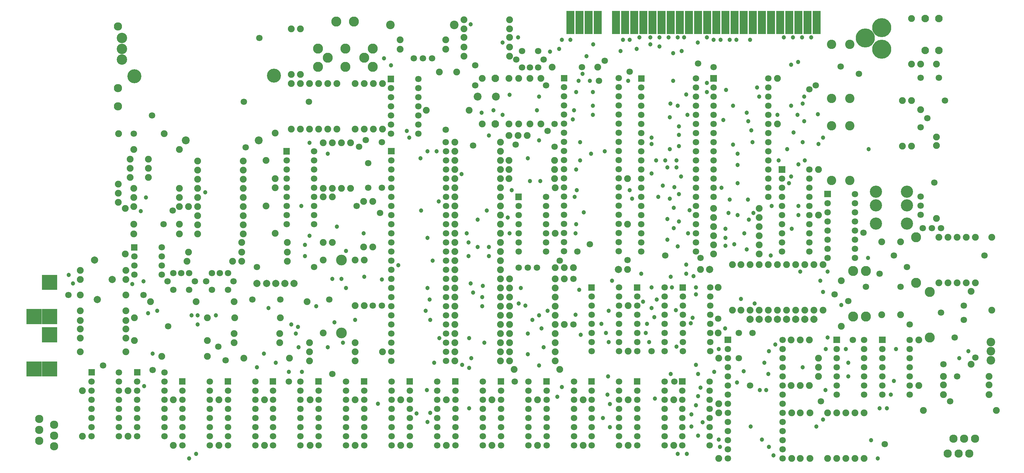
<source format=gbr>
%FSLAX34Y34*%
%MOMM*%
%LNSOLDERMASK_BOTTOM*%
G71*
G01*
%ADD10C,1.800*%
%ADD11C,1.800*%
%ADD12C,1.900*%
%ADD13C,1.200*%
%ADD14C,2.100*%
%ADD15C,1.900*%
%ADD16R,2.200X6.400*%
%ADD17C,1.900*%
%ADD18C,2.000*%
%ADD19C,2.000*%
%ADD20C,2.800*%
%ADD21C,2.200*%
%ADD22C,2.900*%
%ADD23C,2.300*%
%ADD24C,2.400*%
%ADD25C,2.300*%
%ADD26C,2.200*%
%ADD27C,3.000*%
%ADD28C,2.400*%
%ADD29C,3.400*%
%ADD30C,2.100*%
%ADD31C,2.600*%
%ADD32C,5.300*%
%ADD33C,3.900*%
%LPD*%
G36*
X1749290Y1118525D02*
X1749290Y1100525D01*
X1731290Y1100525D01*
X1731290Y1118525D01*
X1749290Y1118525D01*
G37*
X1740290Y1084125D02*
G54D10*
D03*
X1740290Y1058725D02*
G54D10*
D03*
X1740290Y1033325D02*
G54D10*
D03*
X1740290Y1007925D02*
G54D10*
D03*
X1740290Y982525D02*
G54D10*
D03*
X1740290Y957125D02*
G54D10*
D03*
X1740290Y931725D02*
G54D10*
D03*
X1740290Y906325D02*
G54D10*
D03*
X1740290Y880925D02*
G54D10*
D03*
X1740290Y855525D02*
G54D10*
D03*
X1740290Y830125D02*
G54D10*
D03*
X1740290Y804725D02*
G54D10*
D03*
X1740290Y779325D02*
G54D10*
D03*
X1740290Y753925D02*
G54D10*
D03*
X1740290Y728525D02*
G54D10*
D03*
X1740290Y703126D02*
G54D10*
D03*
X1740290Y677725D02*
G54D10*
D03*
X1740290Y652325D02*
G54D10*
D03*
X1740290Y626925D02*
G54D10*
D03*
X1892690Y626925D02*
G54D10*
D03*
X1892690Y652325D02*
G54D10*
D03*
X1892690Y677725D02*
G54D10*
D03*
X1892690Y703125D02*
G54D10*
D03*
X1892690Y728525D02*
G54D10*
D03*
X1892690Y753926D02*
G54D10*
D03*
X1892690Y779325D02*
G54D10*
D03*
X1892690Y804725D02*
G54D10*
D03*
X1892690Y830125D02*
G54D10*
D03*
X1892690Y855525D02*
G54D10*
D03*
X1892690Y880925D02*
G54D10*
D03*
X1892690Y906325D02*
G54D10*
D03*
X1892690Y931725D02*
G54D10*
D03*
X1892690Y957125D02*
G54D10*
D03*
X1892690Y982525D02*
G54D10*
D03*
X1892690Y1007925D02*
G54D10*
D03*
X1892690Y1033325D02*
G54D10*
D03*
X1892690Y1058725D02*
G54D10*
D03*
X1892690Y1084125D02*
G54D10*
D03*
X1892690Y1109525D02*
G54D10*
D03*
G36*
X1534163Y1119224D02*
X1534163Y1101224D01*
X1516163Y1101224D01*
X1516163Y1119224D01*
X1534163Y1119224D01*
G37*
X1525163Y1084824D02*
G54D10*
D03*
X1525163Y1059424D02*
G54D10*
D03*
X1525163Y1034024D02*
G54D10*
D03*
X1525163Y1008624D02*
G54D10*
D03*
X1525163Y983224D02*
G54D10*
D03*
X1525163Y957824D02*
G54D10*
D03*
X1525163Y932424D02*
G54D10*
D03*
X1525163Y907024D02*
G54D10*
D03*
X1525163Y881624D02*
G54D10*
D03*
X1525163Y856224D02*
G54D10*
D03*
X1525163Y830824D02*
G54D10*
D03*
X1525163Y805424D02*
G54D10*
D03*
X1525163Y780024D02*
G54D10*
D03*
X1525163Y754624D02*
G54D10*
D03*
X1525163Y729224D02*
G54D10*
D03*
X1525163Y703824D02*
G54D10*
D03*
X1525163Y678424D02*
G54D10*
D03*
X1525163Y653024D02*
G54D10*
D03*
X1525163Y627624D02*
G54D10*
D03*
X1677563Y627624D02*
G54D10*
D03*
X1677563Y653024D02*
G54D10*
D03*
X1677563Y678424D02*
G54D10*
D03*
X1677563Y703824D02*
G54D10*
D03*
X1677563Y729224D02*
G54D10*
D03*
X1677563Y754624D02*
G54D10*
D03*
X1677563Y780024D02*
G54D10*
D03*
X1677563Y805424D02*
G54D10*
D03*
X1677563Y830824D02*
G54D10*
D03*
X1677563Y856224D02*
G54D10*
D03*
X1677563Y881624D02*
G54D10*
D03*
X1677563Y907024D02*
G54D10*
D03*
X1677563Y932424D02*
G54D10*
D03*
X1677563Y957824D02*
G54D10*
D03*
X1677563Y983224D02*
G54D10*
D03*
X1677563Y1008624D02*
G54D10*
D03*
X1677563Y1034024D02*
G54D10*
D03*
X1677563Y1059424D02*
G54D10*
D03*
X1677563Y1084824D02*
G54D10*
D03*
X1677563Y1110224D02*
G54D10*
D03*
G36*
X1053010Y915666D02*
X1053010Y897666D01*
X1035010Y897666D01*
X1035010Y915666D01*
X1053010Y915666D01*
G37*
X1044010Y881266D02*
G54D10*
D03*
X1044010Y855866D02*
G54D10*
D03*
X1044010Y830466D02*
G54D10*
D03*
X1044010Y805066D02*
G54D10*
D03*
X1044010Y779666D02*
G54D10*
D03*
X1044010Y754266D02*
G54D10*
D03*
X1044010Y728866D02*
G54D10*
D03*
X1044010Y703466D02*
G54D10*
D03*
X1044010Y678066D02*
G54D10*
D03*
X1044010Y652666D02*
G54D10*
D03*
X1044010Y627266D02*
G54D10*
D03*
X1044010Y601866D02*
G54D10*
D03*
X1044010Y576466D02*
G54D10*
D03*
X1044010Y551066D02*
G54D10*
D03*
X1044010Y525666D02*
G54D10*
D03*
X1044010Y500266D02*
G54D10*
D03*
X1044010Y474866D02*
G54D10*
D03*
X1044010Y449466D02*
G54D10*
D03*
X1044010Y424066D02*
G54D10*
D03*
X1044010Y398666D02*
G54D10*
D03*
X1044010Y373266D02*
G54D10*
D03*
X1044010Y347866D02*
G54D10*
D03*
X1044010Y322466D02*
G54D10*
D03*
X1196410Y322466D02*
G54D10*
D03*
X1196410Y347866D02*
G54D10*
D03*
X1196410Y373266D02*
G54D10*
D03*
X1196410Y398666D02*
G54D10*
D03*
X1196410Y424066D02*
G54D10*
D03*
X1196410Y449466D02*
G54D10*
D03*
X1196410Y474866D02*
G54D10*
D03*
X1196410Y500266D02*
G54D10*
D03*
X1196410Y525666D02*
G54D10*
D03*
X1196410Y551066D02*
G54D10*
D03*
X1196410Y576466D02*
G54D10*
D03*
X1196410Y601866D02*
G54D10*
D03*
X1196410Y627266D02*
G54D10*
D03*
X1196410Y652666D02*
G54D10*
D03*
X1196410Y678066D02*
G54D10*
D03*
X1196410Y703466D02*
G54D10*
D03*
X1196410Y728866D02*
G54D10*
D03*
X1196410Y754266D02*
G54D10*
D03*
X1196410Y779666D02*
G54D10*
D03*
X1196410Y805066D02*
G54D10*
D03*
X1196410Y830466D02*
G54D10*
D03*
X1196410Y855866D02*
G54D10*
D03*
X1196410Y881266D02*
G54D10*
D03*
X1196410Y906666D02*
G54D10*
D03*
G36*
X1950512Y1118662D02*
X1950512Y1100662D01*
X1932512Y1100662D01*
X1932512Y1118662D01*
X1950512Y1118662D01*
G37*
X1941512Y1084262D02*
G54D10*
D03*
X1941512Y1058862D02*
G54D10*
D03*
X1941512Y1033462D02*
G54D10*
D03*
X1941512Y1008062D02*
G54D10*
D03*
X1941512Y982662D02*
G54D10*
D03*
X1941512Y957262D02*
G54D10*
D03*
X1941512Y931862D02*
G54D10*
D03*
X1941512Y906462D02*
G54D10*
D03*
X1941512Y881062D02*
G54D10*
D03*
X1941512Y855662D02*
G54D10*
D03*
X1941512Y830262D02*
G54D10*
D03*
X1941512Y804862D02*
G54D10*
D03*
X1941512Y779462D02*
G54D10*
D03*
X2093912Y779462D02*
G54D10*
D03*
X2093912Y804862D02*
G54D10*
D03*
X2093912Y830262D02*
G54D10*
D03*
X2093912Y855662D02*
G54D10*
D03*
X2093912Y881062D02*
G54D10*
D03*
X2093912Y906462D02*
G54D10*
D03*
X2093912Y931862D02*
G54D10*
D03*
X2093912Y957262D02*
G54D10*
D03*
X2093912Y982662D02*
G54D10*
D03*
X2093912Y1008062D02*
G54D10*
D03*
X2093912Y1033462D02*
G54D10*
D03*
X2093912Y1058862D02*
G54D10*
D03*
X2093912Y1084262D02*
G54D10*
D03*
X2093912Y1109662D02*
G54D10*
D03*
G36*
X1990200Y390000D02*
X1990200Y372000D01*
X1972200Y372000D01*
X1972200Y390000D01*
X1990200Y390000D01*
G37*
X1981200Y355600D02*
G54D10*
D03*
X1981200Y330200D02*
G54D10*
D03*
X1981200Y304800D02*
G54D10*
D03*
X1981200Y279400D02*
G54D10*
D03*
X1981200Y254000D02*
G54D10*
D03*
X1981200Y228600D02*
G54D10*
D03*
X1981200Y203200D02*
G54D10*
D03*
X1981200Y177800D02*
G54D10*
D03*
X1981200Y152400D02*
G54D10*
D03*
X1981200Y127000D02*
G54D10*
D03*
X1981200Y101600D02*
G54D10*
D03*
X1981200Y76200D02*
G54D10*
D03*
X1981200Y50800D02*
G54D10*
D03*
X2133600Y50800D02*
G54D10*
D03*
X2133600Y76200D02*
G54D10*
D03*
X2133600Y101600D02*
G54D10*
D03*
X2133600Y127000D02*
G54D10*
D03*
X2133600Y152400D02*
G54D10*
D03*
X2133600Y177800D02*
G54D10*
D03*
X2133600Y203200D02*
G54D10*
D03*
X2133600Y228600D02*
G54D10*
D03*
X2133600Y254000D02*
G54D10*
D03*
X2133600Y279400D02*
G54D10*
D03*
X2133600Y304800D02*
G54D10*
D03*
X2133600Y330200D02*
G54D10*
D03*
X2133600Y355600D02*
G54D10*
D03*
X2133600Y381000D02*
G54D10*
D03*
G36*
X218550Y299512D02*
X218550Y281512D01*
X200550Y281512D01*
X200550Y299512D01*
X218550Y299512D01*
G37*
X209550Y265112D02*
G54D10*
D03*
X209550Y239712D02*
G54D10*
D03*
X209550Y214312D02*
G54D10*
D03*
X209550Y188912D02*
G54D10*
D03*
X209550Y163512D02*
G54D10*
D03*
X209550Y138112D02*
G54D10*
D03*
X209550Y112712D02*
G54D10*
D03*
X285750Y112712D02*
G54D10*
D03*
X285750Y138112D02*
G54D10*
D03*
X285750Y163512D02*
G54D10*
D03*
X285750Y188912D02*
G54D10*
D03*
X285750Y214312D02*
G54D10*
D03*
X285750Y239712D02*
G54D10*
D03*
X285750Y265112D02*
G54D10*
D03*
X285750Y290512D02*
G54D10*
D03*
G36*
X345550Y299512D02*
X345550Y281512D01*
X327550Y281512D01*
X327550Y299512D01*
X345550Y299512D01*
G37*
X336550Y265112D02*
G54D10*
D03*
X336550Y239712D02*
G54D10*
D03*
X336550Y214312D02*
G54D10*
D03*
X336550Y188912D02*
G54D10*
D03*
X336550Y163512D02*
G54D10*
D03*
X336550Y138112D02*
G54D10*
D03*
X336550Y112712D02*
G54D10*
D03*
X412750Y112712D02*
G54D10*
D03*
X412750Y138112D02*
G54D10*
D03*
X412750Y163512D02*
G54D10*
D03*
X412750Y188912D02*
G54D10*
D03*
X412750Y214312D02*
G54D10*
D03*
X412750Y239712D02*
G54D10*
D03*
X412750Y265112D02*
G54D10*
D03*
X412750Y290512D02*
G54D10*
D03*
G36*
X470962Y274112D02*
X470962Y256112D01*
X452962Y256112D01*
X452962Y274112D01*
X470962Y274112D01*
G37*
X461962Y239712D02*
G54D10*
D03*
X461962Y214312D02*
G54D10*
D03*
X461962Y188912D02*
G54D10*
D03*
X461962Y163512D02*
G54D10*
D03*
X461962Y138112D02*
G54D10*
D03*
X461962Y112712D02*
G54D10*
D03*
X461962Y87312D02*
G54D10*
D03*
X538162Y87312D02*
G54D10*
D03*
X538162Y112712D02*
G54D10*
D03*
X538162Y138112D02*
G54D10*
D03*
X538162Y163512D02*
G54D10*
D03*
X538162Y188912D02*
G54D10*
D03*
X538162Y214312D02*
G54D10*
D03*
X538162Y239712D02*
G54D10*
D03*
X538162Y265112D02*
G54D10*
D03*
G36*
X597962Y274112D02*
X597962Y256112D01*
X579962Y256112D01*
X579962Y274112D01*
X597962Y274112D01*
G37*
X588962Y239712D02*
G54D10*
D03*
X588962Y214312D02*
G54D10*
D03*
X588962Y188912D02*
G54D10*
D03*
X588962Y163512D02*
G54D10*
D03*
X588962Y138112D02*
G54D10*
D03*
X588962Y112712D02*
G54D10*
D03*
X588962Y87312D02*
G54D10*
D03*
X665162Y87312D02*
G54D10*
D03*
X665162Y112712D02*
G54D10*
D03*
X665162Y138112D02*
G54D10*
D03*
X665162Y163512D02*
G54D10*
D03*
X665162Y188912D02*
G54D10*
D03*
X665162Y214312D02*
G54D10*
D03*
X665162Y239712D02*
G54D10*
D03*
X665162Y265112D02*
G54D10*
D03*
G36*
X723375Y274112D02*
X723375Y256112D01*
X705375Y256112D01*
X705375Y274112D01*
X723375Y274112D01*
G37*
X714375Y239712D02*
G54D10*
D03*
X714375Y214312D02*
G54D10*
D03*
X714375Y188912D02*
G54D10*
D03*
X714375Y163512D02*
G54D10*
D03*
X714375Y138112D02*
G54D10*
D03*
X714375Y112712D02*
G54D10*
D03*
X714375Y87312D02*
G54D10*
D03*
X790575Y87312D02*
G54D10*
D03*
X790575Y112712D02*
G54D10*
D03*
X790575Y138112D02*
G54D10*
D03*
X790575Y163512D02*
G54D10*
D03*
X790575Y188912D02*
G54D10*
D03*
X790575Y214312D02*
G54D10*
D03*
X790575Y239712D02*
G54D10*
D03*
X790575Y265112D02*
G54D10*
D03*
G36*
X850375Y274112D02*
X850375Y256112D01*
X832375Y256112D01*
X832375Y274112D01*
X850375Y274112D01*
G37*
X841375Y239712D02*
G54D10*
D03*
X841375Y214312D02*
G54D10*
D03*
X841375Y188912D02*
G54D10*
D03*
X841375Y163512D02*
G54D10*
D03*
X841375Y138112D02*
G54D10*
D03*
X841375Y112712D02*
G54D10*
D03*
X841375Y87312D02*
G54D10*
D03*
X917575Y87312D02*
G54D10*
D03*
X917575Y112712D02*
G54D10*
D03*
X917575Y138112D02*
G54D10*
D03*
X917575Y163512D02*
G54D10*
D03*
X917575Y188912D02*
G54D10*
D03*
X917575Y214312D02*
G54D10*
D03*
X917575Y239712D02*
G54D10*
D03*
X917575Y265112D02*
G54D10*
D03*
G36*
X977375Y274112D02*
X977375Y256112D01*
X959375Y256112D01*
X959375Y274112D01*
X977375Y274112D01*
G37*
X968375Y239712D02*
G54D10*
D03*
X968375Y214312D02*
G54D10*
D03*
X968375Y188912D02*
G54D10*
D03*
X968375Y163512D02*
G54D10*
D03*
X968375Y138112D02*
G54D10*
D03*
X968375Y112712D02*
G54D10*
D03*
X968375Y87312D02*
G54D10*
D03*
X1044575Y87312D02*
G54D10*
D03*
X1044575Y112712D02*
G54D10*
D03*
X1044575Y138112D02*
G54D10*
D03*
X1044575Y163512D02*
G54D10*
D03*
X1044575Y188912D02*
G54D10*
D03*
X1044575Y214312D02*
G54D10*
D03*
X1044575Y239712D02*
G54D10*
D03*
X1044575Y265112D02*
G54D10*
D03*
G36*
X1104375Y274112D02*
X1104375Y256112D01*
X1086375Y256112D01*
X1086375Y274112D01*
X1104375Y274112D01*
G37*
X1095375Y239712D02*
G54D10*
D03*
X1095375Y214312D02*
G54D10*
D03*
X1095375Y188912D02*
G54D10*
D03*
X1095375Y163512D02*
G54D10*
D03*
X1095375Y138112D02*
G54D10*
D03*
X1095375Y112712D02*
G54D10*
D03*
X1095375Y87312D02*
G54D10*
D03*
X1171575Y87312D02*
G54D10*
D03*
X1171575Y112712D02*
G54D10*
D03*
X1171575Y138112D02*
G54D10*
D03*
X1171575Y163512D02*
G54D10*
D03*
X1171575Y188912D02*
G54D10*
D03*
X1171575Y214312D02*
G54D10*
D03*
X1171575Y239712D02*
G54D10*
D03*
X1171575Y265112D02*
G54D10*
D03*
G36*
X1231375Y274112D02*
X1231375Y256112D01*
X1213375Y256112D01*
X1213375Y274112D01*
X1231375Y274112D01*
G37*
X1222375Y239712D02*
G54D10*
D03*
X1222375Y214312D02*
G54D10*
D03*
X1222375Y188912D02*
G54D10*
D03*
X1222375Y163512D02*
G54D10*
D03*
X1222375Y138112D02*
G54D10*
D03*
X1222375Y112712D02*
G54D10*
D03*
X1222375Y87312D02*
G54D10*
D03*
X1298575Y87312D02*
G54D10*
D03*
X1298575Y112712D02*
G54D10*
D03*
X1298575Y138112D02*
G54D10*
D03*
X1298575Y163512D02*
G54D10*
D03*
X1298575Y188912D02*
G54D10*
D03*
X1298575Y214312D02*
G54D10*
D03*
X1298575Y239712D02*
G54D10*
D03*
X1298575Y265112D02*
G54D10*
D03*
G36*
X1358375Y274112D02*
X1358375Y256112D01*
X1340375Y256112D01*
X1340375Y274112D01*
X1358375Y274112D01*
G37*
X1349375Y239712D02*
G54D10*
D03*
X1349375Y214312D02*
G54D10*
D03*
X1349375Y188912D02*
G54D10*
D03*
X1349375Y163512D02*
G54D10*
D03*
X1349375Y138112D02*
G54D10*
D03*
X1349375Y112712D02*
G54D10*
D03*
X1349375Y87312D02*
G54D10*
D03*
X1425575Y87312D02*
G54D10*
D03*
X1425575Y112712D02*
G54D10*
D03*
X1425575Y138112D02*
G54D10*
D03*
X1425575Y163512D02*
G54D10*
D03*
X1425575Y188912D02*
G54D10*
D03*
X1425575Y214312D02*
G54D10*
D03*
X1425575Y239712D02*
G54D10*
D03*
X1425575Y265112D02*
G54D10*
D03*
G36*
X1485375Y274112D02*
X1485375Y256112D01*
X1467375Y256112D01*
X1467375Y274112D01*
X1485375Y274112D01*
G37*
X1476375Y239712D02*
G54D10*
D03*
X1476375Y214312D02*
G54D10*
D03*
X1476375Y188912D02*
G54D10*
D03*
X1476375Y163512D02*
G54D10*
D03*
X1476375Y138112D02*
G54D10*
D03*
X1476375Y112712D02*
G54D10*
D03*
X1476375Y87312D02*
G54D10*
D03*
X1552575Y87312D02*
G54D10*
D03*
X1552575Y112712D02*
G54D10*
D03*
X1552575Y138112D02*
G54D10*
D03*
X1552575Y163512D02*
G54D10*
D03*
X1552575Y188912D02*
G54D10*
D03*
X1552575Y214312D02*
G54D10*
D03*
X1552575Y239712D02*
G54D10*
D03*
X1552575Y265112D02*
G54D10*
D03*
G36*
X1610788Y274112D02*
X1610788Y256112D01*
X1592788Y256112D01*
X1592788Y274112D01*
X1610788Y274112D01*
G37*
X1601788Y239712D02*
G54D10*
D03*
X1601788Y214312D02*
G54D10*
D03*
X1601788Y188912D02*
G54D10*
D03*
X1601788Y163512D02*
G54D10*
D03*
X1601788Y138112D02*
G54D10*
D03*
X1601788Y112712D02*
G54D10*
D03*
X1601788Y87312D02*
G54D10*
D03*
X1677988Y87312D02*
G54D10*
D03*
X1677988Y112712D02*
G54D10*
D03*
X1677988Y138112D02*
G54D10*
D03*
X1677988Y163512D02*
G54D10*
D03*
X1677988Y188912D02*
G54D10*
D03*
X1677988Y214312D02*
G54D10*
D03*
X1677988Y239712D02*
G54D10*
D03*
X1677988Y265112D02*
G54D10*
D03*
G36*
X1737788Y274112D02*
X1737788Y256112D01*
X1719788Y256112D01*
X1719788Y274112D01*
X1737788Y274112D01*
G37*
X1728788Y239712D02*
G54D10*
D03*
X1728788Y214312D02*
G54D10*
D03*
X1728788Y188912D02*
G54D10*
D03*
X1728788Y163512D02*
G54D10*
D03*
X1728788Y138112D02*
G54D10*
D03*
X1728788Y112712D02*
G54D10*
D03*
X1728788Y87312D02*
G54D10*
D03*
X1804988Y87312D02*
G54D10*
D03*
X1804988Y112712D02*
G54D10*
D03*
X1804988Y138112D02*
G54D10*
D03*
X1804988Y163512D02*
G54D10*
D03*
X1804988Y188912D02*
G54D10*
D03*
X1804988Y214312D02*
G54D10*
D03*
X1804988Y239712D02*
G54D10*
D03*
X1804988Y265112D02*
G54D10*
D03*
G36*
X1863200Y274112D02*
X1863200Y256112D01*
X1845200Y256112D01*
X1845200Y274112D01*
X1863200Y274112D01*
G37*
X1854200Y239712D02*
G54D10*
D03*
X1854200Y214312D02*
G54D10*
D03*
X1854200Y188912D02*
G54D10*
D03*
X1854200Y163512D02*
G54D10*
D03*
X1854200Y138112D02*
G54D10*
D03*
X1854200Y112712D02*
G54D10*
D03*
X1854200Y87312D02*
G54D10*
D03*
X1930400Y87312D02*
G54D10*
D03*
X1930400Y112712D02*
G54D10*
D03*
X1930400Y138112D02*
G54D10*
D03*
X1930400Y163512D02*
G54D10*
D03*
X1930400Y188912D02*
G54D10*
D03*
X1930400Y214312D02*
G54D10*
D03*
X1930400Y239712D02*
G54D10*
D03*
X1930400Y265112D02*
G54D10*
D03*
G36*
X2293412Y390000D02*
X2293412Y372000D01*
X2275412Y372000D01*
X2275412Y390000D01*
X2293412Y390000D01*
G37*
X2284412Y355600D02*
G54D10*
D03*
X2284412Y330200D02*
G54D10*
D03*
X2284412Y304800D02*
G54D10*
D03*
X2284412Y279400D02*
G54D10*
D03*
X2284412Y254000D02*
G54D10*
D03*
X2284412Y228600D02*
G54D10*
D03*
X2360612Y228600D02*
G54D10*
D03*
X2360612Y254000D02*
G54D10*
D03*
X2360612Y279400D02*
G54D10*
D03*
X2360612Y304800D02*
G54D10*
D03*
X2360612Y330200D02*
G54D10*
D03*
X2360612Y355600D02*
G54D10*
D03*
X2360612Y381000D02*
G54D10*
D03*
G36*
X2420412Y390000D02*
X2420412Y372000D01*
X2402412Y372000D01*
X2402412Y390000D01*
X2420412Y390000D01*
G37*
X2411412Y355600D02*
G54D10*
D03*
X2411412Y330200D02*
G54D10*
D03*
X2411412Y304800D02*
G54D10*
D03*
X2411412Y279400D02*
G54D10*
D03*
X2411412Y254000D02*
G54D10*
D03*
X2411412Y228600D02*
G54D10*
D03*
X2487612Y228600D02*
G54D10*
D03*
X2487612Y254000D02*
G54D10*
D03*
X2487612Y279400D02*
G54D10*
D03*
X2487612Y304800D02*
G54D10*
D03*
X2487612Y330200D02*
G54D10*
D03*
X2487612Y355600D02*
G54D10*
D03*
X2487612Y381000D02*
G54D10*
D03*
G36*
X1610788Y536050D02*
X1610788Y518050D01*
X1592788Y518050D01*
X1592788Y536050D01*
X1610788Y536050D01*
G37*
X1601788Y501650D02*
G54D10*
D03*
X1601788Y476250D02*
G54D10*
D03*
X1601788Y450850D02*
G54D10*
D03*
X1601788Y425450D02*
G54D10*
D03*
X1601788Y400050D02*
G54D10*
D03*
X1601788Y374650D02*
G54D10*
D03*
X1601788Y349250D02*
G54D10*
D03*
X1677988Y349250D02*
G54D10*
D03*
X1677988Y374650D02*
G54D10*
D03*
X1677988Y400050D02*
G54D10*
D03*
X1677988Y425450D02*
G54D10*
D03*
X1677988Y450850D02*
G54D10*
D03*
X1677988Y476250D02*
G54D10*
D03*
X1677988Y501650D02*
G54D10*
D03*
X1677988Y527050D02*
G54D10*
D03*
G36*
X1737788Y536050D02*
X1737788Y518050D01*
X1719788Y518050D01*
X1719788Y536050D01*
X1737788Y536050D01*
G37*
X1728788Y501650D02*
G54D10*
D03*
X1728788Y476250D02*
G54D10*
D03*
X1728788Y450850D02*
G54D10*
D03*
X1728788Y425450D02*
G54D10*
D03*
X1728788Y400050D02*
G54D10*
D03*
X1728788Y374650D02*
G54D10*
D03*
X1728788Y349250D02*
G54D10*
D03*
X1804988Y349250D02*
G54D10*
D03*
X1804988Y374650D02*
G54D10*
D03*
X1804988Y400050D02*
G54D10*
D03*
X1804988Y425450D02*
G54D10*
D03*
X1804988Y450850D02*
G54D10*
D03*
X1804988Y476250D02*
G54D10*
D03*
X1804988Y501650D02*
G54D10*
D03*
X1804988Y527050D02*
G54D10*
D03*
G36*
X1864788Y536050D02*
X1864788Y518050D01*
X1846788Y518050D01*
X1846788Y536050D01*
X1864788Y536050D01*
G37*
X1855788Y501650D02*
G54D10*
D03*
X1855788Y476250D02*
G54D10*
D03*
X1855788Y450850D02*
G54D10*
D03*
X1855788Y425450D02*
G54D10*
D03*
X1855788Y400050D02*
G54D10*
D03*
X1855788Y374650D02*
G54D10*
D03*
X1855788Y349250D02*
G54D10*
D03*
X1931988Y349250D02*
G54D10*
D03*
X1931988Y374650D02*
G54D10*
D03*
X1931988Y400050D02*
G54D10*
D03*
X1931988Y425450D02*
G54D10*
D03*
X1931988Y450850D02*
G54D10*
D03*
X1931988Y476250D02*
G54D10*
D03*
X1931988Y501650D02*
G54D10*
D03*
X1931988Y527050D02*
G54D10*
D03*
G36*
X2268012Y796400D02*
X2268012Y778400D01*
X2250012Y778400D01*
X2250012Y796400D01*
X2268012Y796400D01*
G37*
X2259012Y762000D02*
G54D10*
D03*
X2259012Y736600D02*
G54D10*
D03*
X2259012Y711200D02*
G54D10*
D03*
X2259012Y685800D02*
G54D10*
D03*
X2259012Y660400D02*
G54D10*
D03*
X2259012Y635000D02*
G54D10*
D03*
X2259012Y609600D02*
G54D10*
D03*
X2335212Y609600D02*
G54D10*
D03*
X2335212Y635000D02*
G54D10*
D03*
X2335212Y660400D02*
G54D10*
D03*
X2335212Y685800D02*
G54D10*
D03*
X2335212Y711200D02*
G54D10*
D03*
X2335212Y736600D02*
G54D10*
D03*
X2335212Y762000D02*
G54D10*
D03*
X2335212Y787400D02*
G54D10*
D03*
G36*
X2141012Y864662D02*
X2141012Y846662D01*
X2123012Y846662D01*
X2123012Y864662D01*
X2141012Y864662D01*
G37*
X2132012Y830262D02*
G54D10*
D03*
X2132012Y804862D02*
G54D10*
D03*
X2132012Y779462D02*
G54D10*
D03*
X2132012Y754062D02*
G54D10*
D03*
X2132012Y728662D02*
G54D10*
D03*
X2132012Y703262D02*
G54D10*
D03*
X2132012Y677862D02*
G54D10*
D03*
X2132012Y652462D02*
G54D10*
D03*
X2132012Y627062D02*
G54D10*
D03*
X2208212Y627062D02*
G54D10*
D03*
X2208212Y652462D02*
G54D10*
D03*
X2208212Y677862D02*
G54D10*
D03*
X2208212Y703262D02*
G54D10*
D03*
X2208212Y728662D02*
G54D10*
D03*
X2208212Y754062D02*
G54D10*
D03*
X2208212Y779462D02*
G54D10*
D03*
X2208212Y804862D02*
G54D10*
D03*
X2208212Y830262D02*
G54D10*
D03*
X2208212Y855662D02*
G54D10*
D03*
G36*
X1407588Y788462D02*
X1407588Y770462D01*
X1389588Y770462D01*
X1389588Y788462D01*
X1407588Y788462D01*
G37*
X1398588Y754062D02*
G54D10*
D03*
X1398588Y728662D02*
G54D10*
D03*
X1398588Y703262D02*
G54D10*
D03*
X1398588Y677862D02*
G54D10*
D03*
X1398588Y652462D02*
G54D10*
D03*
X1398588Y627062D02*
G54D10*
D03*
X1474788Y627062D02*
G54D10*
D03*
X1474788Y652462D02*
G54D10*
D03*
X1474788Y677862D02*
G54D10*
D03*
X1474788Y703262D02*
G54D10*
D03*
X1474788Y728662D02*
G54D10*
D03*
X1474788Y754062D02*
G54D10*
D03*
X1474788Y779462D02*
G54D10*
D03*
G36*
X1051988Y1117075D02*
X1051988Y1099075D01*
X1033988Y1099075D01*
X1033988Y1117075D01*
X1051988Y1117075D01*
G37*
X1042988Y1082675D02*
G54D11*
D03*
X1042988Y1057275D02*
G54D11*
D03*
X1042988Y1031875D02*
G54D11*
D03*
X1042988Y1006475D02*
G54D11*
D03*
X1042988Y981075D02*
G54D11*
D03*
X1042988Y955675D02*
G54D11*
D03*
X1119188Y955675D02*
G54D11*
D03*
X1119188Y981075D02*
G54D11*
D03*
X1119188Y1006475D02*
G54D11*
D03*
X1119188Y1031875D02*
G54D11*
D03*
X1119188Y1057275D02*
G54D11*
D03*
X1119188Y1082675D02*
G54D11*
D03*
X1119188Y1108075D02*
G54D11*
D03*
G36*
X761475Y915462D02*
X761475Y897462D01*
X743475Y897462D01*
X743475Y915462D01*
X761475Y915462D01*
G37*
X752475Y881062D02*
G54D10*
D03*
X752475Y855662D02*
G54D10*
D03*
X752475Y830262D02*
G54D10*
D03*
X752475Y804862D02*
G54D10*
D03*
X752475Y779462D02*
G54D10*
D03*
X752475Y754062D02*
G54D10*
D03*
X752475Y728662D02*
G54D10*
D03*
X752475Y703262D02*
G54D10*
D03*
X828675Y703262D02*
G54D10*
D03*
X828675Y728662D02*
G54D10*
D03*
X828675Y754062D02*
G54D10*
D03*
X828675Y779462D02*
G54D10*
D03*
X828675Y804862D02*
G54D10*
D03*
X828675Y830262D02*
G54D10*
D03*
X828675Y855662D02*
G54D10*
D03*
X828675Y881062D02*
G54D10*
D03*
X828675Y906462D02*
G54D10*
D03*
X993775Y1095375D02*
G54D12*
D03*
X993775Y968375D02*
G54D12*
D03*
X942975Y1095375D02*
G54D12*
D03*
X942975Y968375D02*
G54D12*
D03*
X1019175Y1095375D02*
G54D12*
D03*
X1019175Y968375D02*
G54D12*
D03*
X968375Y1095375D02*
G54D12*
D03*
X968375Y968375D02*
G54D12*
D03*
X1087438Y963612D02*
G54D13*
D03*
X1296988Y1109662D02*
G54D12*
D03*
X1296988Y982662D02*
G54D12*
D03*
X1333500Y1109662D02*
G54D14*
D03*
X1333500Y982662D02*
G54D14*
D03*
X1226325Y1127125D02*
G54D12*
D03*
X1177925Y1127125D02*
G54D12*
D03*
X1042988Y1146175D02*
G54D13*
D03*
X1277937Y1146175D02*
G54D11*
D03*
X1195387Y966788D02*
G54D11*
D03*
X1141413Y1020762D02*
G54D15*
D03*
X1260475Y1020762D02*
G54D15*
D03*
X1143000Y241300D02*
G54D13*
D03*
X1125538Y887412D02*
G54D13*
D03*
X1911350Y151400D02*
G54D13*
D03*
X2044700Y139700D02*
G54D13*
D03*
X1144588Y152400D02*
G54D13*
D03*
X1114425Y176212D02*
G54D13*
D03*
X1006475Y203200D02*
G54D13*
D03*
X1063625Y588962D02*
G54D13*
D03*
X2182812Y571500D02*
G54D13*
D03*
X2195512Y590550D02*
G54D12*
D03*
X2195512Y463550D02*
G54D12*
D03*
X2259012Y571500D02*
G54D13*
D03*
X1347788Y728662D02*
G54D12*
D03*
X1220788Y728662D02*
G54D12*
D03*
X1347788Y754062D02*
G54D12*
D03*
X1220788Y754062D02*
G54D12*
D03*
X1347788Y804862D02*
G54D12*
D03*
X1220788Y804862D02*
G54D12*
D03*
X1347788Y830262D02*
G54D12*
D03*
X1220788Y830262D02*
G54D12*
D03*
X1347788Y855662D02*
G54D12*
D03*
X1220788Y855662D02*
G54D12*
D03*
X1347788Y881062D02*
G54D12*
D03*
X1220788Y881062D02*
G54D12*
D03*
X1347788Y906462D02*
G54D12*
D03*
X1220788Y906462D02*
G54D12*
D03*
X1560512Y798512D02*
G54D13*
D03*
X1557338Y677862D02*
G54D13*
D03*
X1316038Y639762D02*
G54D13*
D03*
X1368425Y722312D02*
G54D13*
D03*
X1379538Y798512D02*
G54D13*
D03*
X1316038Y950912D02*
G54D13*
D03*
X1328738Y1020762D02*
G54D13*
D03*
X1296988Y500062D02*
G54D13*
D03*
X1295400Y1014412D02*
G54D13*
D03*
X1316038Y614362D02*
G54D13*
D03*
X1874838Y741950D02*
G54D13*
D03*
X2068512Y747712D02*
G54D12*
D03*
X1941512Y747712D02*
G54D12*
D03*
X1985962Y771525D02*
G54D13*
D03*
X1985962Y1217612D02*
G54D13*
D03*
X1144588Y525462D02*
G54D13*
D03*
X1144588Y665162D02*
G54D13*
D03*
X1870075Y677862D02*
G54D13*
D03*
X1974850Y665162D02*
G54D13*
D03*
X2005012Y1217612D02*
G54D13*
D03*
X1455738Y1058862D02*
G54D13*
D03*
X1479550Y461962D02*
G54D13*
D03*
X1652588Y202200D02*
G54D13*
D03*
X1139825Y461962D02*
G54D13*
D03*
X1093788Y944562D02*
G54D13*
D03*
X1430338Y1109662D02*
G54D12*
D03*
X1430338Y982662D02*
G54D12*
D03*
X1152525Y177800D02*
G54D13*
D03*
X1127125Y741362D02*
G54D13*
D03*
X355600Y252412D02*
G54D13*
D03*
X366712Y455612D02*
G54D13*
D03*
X917575Y525462D02*
G54D13*
D03*
X917575Y628650D02*
G54D13*
D03*
X1258888Y652462D02*
G54D13*
D03*
X1347788Y500062D02*
G54D12*
D03*
X1220788Y500062D02*
G54D12*
D03*
X1347788Y474662D02*
G54D12*
D03*
X1220788Y474662D02*
G54D12*
D03*
X1347788Y449262D02*
G54D12*
D03*
X1220788Y449262D02*
G54D12*
D03*
X1347788Y423862D02*
G54D12*
D03*
X1220788Y423862D02*
G54D12*
D03*
X1347788Y398462D02*
G54D12*
D03*
X1220788Y398462D02*
G54D12*
D03*
X1347788Y373062D02*
G54D12*
D03*
X1220788Y373062D02*
G54D12*
D03*
X1347788Y347662D02*
G54D12*
D03*
X1220788Y347662D02*
G54D12*
D03*
X1347788Y322262D02*
G54D12*
D03*
X1220788Y322262D02*
G54D12*
D03*
X392112Y461962D02*
G54D13*
D03*
X669925Y304800D02*
G54D13*
D03*
X1260475Y303212D02*
G54D13*
D03*
X1265238Y538162D02*
G54D13*
D03*
X555625Y449262D02*
G54D13*
D03*
X1152525Y436562D02*
G54D13*
D03*
X795338Y292100D02*
G54D13*
D03*
X1241425Y311150D02*
G54D13*
D03*
X1177925Y385762D02*
G54D13*
D03*
X885825Y430212D02*
G54D13*
D03*
X909638Y373062D02*
G54D13*
D03*
X1260475Y190500D02*
G54D13*
D03*
X1519238Y249237D02*
G54D13*
D03*
X1566862Y520700D02*
G54D13*
D03*
X1649412Y461962D02*
G54D13*
D03*
X1557338Y450850D02*
G54D13*
D03*
X1579562Y736600D02*
G54D13*
D03*
X1458912Y823912D02*
G54D13*
D03*
X1498600Y830262D02*
G54D12*
D03*
X1371600Y830262D02*
G54D12*
D03*
X1633538Y163512D02*
G54D13*
D03*
X1628775Y425450D02*
G54D13*
D03*
X1652588Y138112D02*
G54D13*
D03*
X1641475Y400050D02*
G54D13*
D03*
X1436688Y436562D02*
G54D13*
D03*
X1649412Y374650D02*
G54D13*
D03*
X1762125Y374650D02*
G54D13*
D03*
X1571625Y395288D02*
G54D13*
D03*
X1303338Y373062D02*
G54D13*
D03*
X1500188Y373062D02*
G54D12*
D03*
X1373188Y373062D02*
G54D12*
D03*
X1500188Y347662D02*
G54D12*
D03*
X1373188Y347662D02*
G54D12*
D03*
X1500188Y322262D02*
G54D12*
D03*
X1373188Y322262D02*
G54D12*
D03*
X1500188Y398462D02*
G54D12*
D03*
X1373188Y398462D02*
G54D12*
D03*
X1500188Y423862D02*
G54D12*
D03*
X1373188Y423862D02*
G54D12*
D03*
X1500188Y449262D02*
G54D12*
D03*
X1373188Y449262D02*
G54D12*
D03*
X1500188Y474662D02*
G54D12*
D03*
X1373188Y474662D02*
G54D12*
D03*
X1500188Y500062D02*
G54D12*
D03*
X1373188Y500062D02*
G54D12*
D03*
X1755775Y425450D02*
G54D13*
D03*
X1831975Y806450D02*
G54D13*
D03*
X1735138Y1223962D02*
G54D13*
D03*
X1423988Y341312D02*
G54D13*
D03*
X1423988Y398462D02*
G54D13*
D03*
X1768475Y527050D02*
G54D13*
D03*
X1844675Y920750D02*
G54D13*
D03*
X1838325Y862012D02*
G54D13*
D03*
X1790700Y1223962D02*
G54D13*
D03*
X1943100Y292100D02*
G54D13*
D03*
X1776412Y444500D02*
G54D13*
D03*
X1787525Y779462D02*
G54D13*
D03*
X1768475Y927100D02*
G54D13*
D03*
X1844675Y952500D02*
G54D13*
D03*
X1816100Y1223962D02*
G54D13*
D03*
X2103438Y754062D02*
G54D13*
D03*
X1455738Y309562D02*
G54D13*
D03*
X1462088Y412750D02*
G54D13*
D03*
X1898650Y285750D02*
G54D13*
D03*
X1768475Y469900D02*
G54D13*
D03*
X1768475Y844550D02*
G54D13*
D03*
X1844675Y976312D02*
G54D13*
D03*
X1841500Y1223962D02*
G54D13*
D03*
X1506538Y222250D02*
G54D13*
D03*
X1468438Y360362D02*
G54D13*
D03*
X1455738Y449262D02*
G54D13*
D03*
X1892300Y311150D02*
G54D13*
D03*
X1905000Y247650D02*
G54D13*
D03*
X1892300Y198438D02*
G54D13*
D03*
X1898650Y223838D02*
G54D13*
D03*
X1781175Y881062D02*
G54D13*
D03*
X1819275Y912812D02*
G54D13*
D03*
X1765300Y1223962D02*
G54D13*
D03*
X1822450Y557212D02*
G54D13*
D03*
X1800225Y811212D02*
G54D13*
D03*
X1768475Y944562D02*
G54D13*
D03*
X1423988Y887412D02*
G54D13*
D03*
X1354138Y1209675D02*
G54D13*
D03*
X1296988Y474662D02*
G54D13*
D03*
X1782762Y493712D02*
G54D13*
D03*
X1398588Y482600D02*
G54D13*
D03*
X1878012Y427038D02*
G54D13*
D03*
X1812925Y717550D02*
G54D13*
D03*
X1812925Y862012D02*
G54D13*
D03*
X1708150Y1217612D02*
G54D13*
D03*
X1744662Y487362D02*
G54D13*
D03*
X1882775Y442912D02*
G54D13*
D03*
X1417638Y476250D02*
G54D13*
D03*
X1819275Y774700D02*
G54D13*
D03*
X1806575Y881062D02*
G54D13*
D03*
X1689100Y1217612D02*
G54D13*
D03*
X184150Y239712D02*
G54D12*
D03*
X184150Y112712D02*
G54D12*
D03*
X311150Y239712D02*
G54D12*
D03*
X311150Y112712D02*
G54D12*
D03*
X436562Y214312D02*
G54D12*
D03*
X436562Y87312D02*
G54D12*
D03*
X563562Y214312D02*
G54D12*
D03*
X563562Y87312D02*
G54D12*
D03*
X690562Y214312D02*
G54D12*
D03*
X690562Y87312D02*
G54D12*
D03*
X817562Y214312D02*
G54D12*
D03*
X817562Y87312D02*
G54D12*
D03*
X942975Y214312D02*
G54D12*
D03*
X942975Y87312D02*
G54D12*
D03*
X1069975Y214312D02*
G54D12*
D03*
X1069975Y87312D02*
G54D12*
D03*
X1196975Y214312D02*
G54D12*
D03*
X1196975Y87312D02*
G54D12*
D03*
X1323975Y214312D02*
G54D12*
D03*
X1323975Y87312D02*
G54D12*
D03*
X1450975Y214312D02*
G54D12*
D03*
X1450975Y87312D02*
G54D12*
D03*
X1577975Y214312D02*
G54D12*
D03*
X1577975Y87312D02*
G54D12*
D03*
X1703388Y214312D02*
G54D12*
D03*
X1703388Y87312D02*
G54D12*
D03*
X1830388Y214312D02*
G54D12*
D03*
X1830388Y87312D02*
G54D12*
D03*
X1955800Y330200D02*
G54D12*
D03*
X1955800Y203200D02*
G54D12*
D03*
X1955800Y177800D02*
G54D12*
D03*
X1955800Y50800D02*
G54D12*
D03*
X241300Y309562D02*
G54D11*
D03*
X379412Y296863D02*
G54D11*
D03*
X758824Y265112D02*
G54D11*
D03*
X879474Y285750D02*
G54D11*
D03*
X1387474Y265112D02*
G54D11*
D03*
X1831974Y265112D02*
G54D11*
D03*
X2417762Y90488D02*
G54D11*
D03*
X2011362Y330200D02*
G54D11*
D03*
X1768474Y349250D02*
G54D11*
D03*
X1703388Y476250D02*
G54D12*
D03*
X1703388Y349250D02*
G54D12*
D03*
X1550988Y550862D02*
G54D11*
D03*
X1550988Y423862D02*
G54D11*
D03*
X1941512Y1141412D02*
G54D11*
D03*
X1976438Y1077912D02*
G54D13*
D03*
X1974850Y690562D02*
G54D13*
D03*
X2068512Y590550D02*
G54D12*
D03*
X2068512Y463550D02*
G54D12*
D03*
X1543049Y1265238D02*
G54D16*
D03*
X1568449Y1265238D02*
G54D16*
D03*
X1593849Y1265238D02*
G54D16*
D03*
X1619249Y1265238D02*
G54D16*
D03*
X1670049Y1265238D02*
G54D16*
D03*
X1695449Y1265238D02*
G54D16*
D03*
X1720849Y1265238D02*
G54D16*
D03*
X1746249Y1265238D02*
G54D16*
D03*
X1771649Y1265238D02*
G54D16*
D03*
X1797049Y1265238D02*
G54D16*
D03*
X1822449Y1265238D02*
G54D16*
D03*
X1847849Y1265238D02*
G54D16*
D03*
X1873249Y1265238D02*
G54D16*
D03*
X1898649Y1265238D02*
G54D16*
D03*
X1924049Y1265238D02*
G54D16*
D03*
X1949449Y1265238D02*
G54D16*
D03*
X1974849Y1265238D02*
G54D16*
D03*
X2000249Y1265238D02*
G54D16*
D03*
X2025649Y1265238D02*
G54D16*
D03*
X2051049Y1265238D02*
G54D16*
D03*
X2076449Y1265238D02*
G54D16*
D03*
X2101849Y1265238D02*
G54D16*
D03*
X2127249Y1265238D02*
G54D16*
D03*
X2152649Y1265238D02*
G54D16*
D03*
X2178049Y1265238D02*
G54D16*
D03*
X2203449Y1265238D02*
G54D16*
D03*
X2228849Y1265238D02*
G54D16*
D03*
X1565275Y1103312D02*
G54D13*
D03*
X2033588Y1014412D02*
G54D13*
D03*
X2038350Y990600D02*
G54D13*
D03*
X2232025Y1009650D02*
G54D13*
D03*
X2246312Y514350D02*
G54D13*
D03*
X1892300Y527050D02*
G54D13*
D03*
X1841500Y641350D02*
G54D13*
D03*
X2046288Y965200D02*
G54D13*
D03*
X1830388Y692150D02*
G54D13*
D03*
X2049462Y931862D02*
G54D13*
D03*
X1844675Y711200D02*
G54D13*
D03*
X1558925Y855662D02*
G54D13*
D03*
X1587897Y1171575D02*
G54D13*
D03*
X1828403Y1179909D02*
G54D13*
D03*
X1819275Y1001712D02*
G54D13*
D03*
X2122488Y881062D02*
G54D13*
D03*
X1838325Y881062D02*
G54D13*
D03*
X1790700Y1198562D02*
G54D13*
D03*
X1511300Y1192212D02*
G54D13*
D03*
X1865312Y590550D02*
G54D13*
D03*
X1525587Y582612D02*
G54D12*
D03*
X1500187Y582612D02*
G54D12*
D03*
X1550987Y582612D02*
G54D12*
D03*
X1604962Y1071562D02*
G54D13*
D03*
X1606550Y1204912D02*
G54D13*
D03*
X1765300Y1204912D02*
G54D13*
D03*
X1868488Y1008062D02*
G54D13*
D03*
X2163762Y958850D02*
G54D13*
D03*
X2157412Y1033462D02*
G54D13*
D03*
X2187575Y1223962D02*
G54D13*
D03*
X2119312Y590550D02*
G54D12*
D03*
X2119312Y463550D02*
G54D12*
D03*
X2174875Y1008062D02*
G54D13*
D03*
X2159000Y690562D02*
G54D13*
D03*
X2043112Y590550D02*
G54D12*
D03*
X2043112Y463550D02*
G54D12*
D03*
X1597025Y1103312D02*
G54D13*
D03*
X1570038Y931862D02*
G54D13*
D03*
X2189162Y1039812D02*
G54D13*
D03*
X2212975Y1223962D02*
G54D13*
D03*
X2189162Y931862D02*
G54D13*
D03*
X1844675Y787400D02*
G54D13*
D03*
X1973262Y412750D02*
G54D13*
D03*
X2119312Y1008062D02*
G54D13*
D03*
X1995488Y1033462D02*
G54D13*
D03*
X1558925Y1071562D02*
G54D13*
D03*
X1543050Y1217612D02*
G54D13*
D03*
X1998662Y647700D02*
G54D13*
D03*
X2093912Y590550D02*
G54D12*
D03*
X2093912Y463550D02*
G54D12*
D03*
X2017712Y590550D02*
G54D12*
D03*
X2017712Y463550D02*
G54D12*
D03*
X1993900Y590550D02*
G54D12*
D03*
X1993900Y463550D02*
G54D12*
D03*
X2144712Y590550D02*
G54D12*
D03*
X2144712Y463550D02*
G54D12*
D03*
X2170112Y590550D02*
G54D12*
D03*
X2170112Y463550D02*
G54D12*
D03*
X2193925Y990600D02*
G54D13*
D03*
X2193925Y1058862D02*
G54D13*
D03*
X1576388Y1122362D02*
G54D13*
D03*
X1554162Y779462D02*
G54D13*
D03*
X1812925Y660400D02*
G54D13*
D03*
X1995488Y925512D02*
G54D13*
D03*
X2008188Y817562D02*
G54D13*
D03*
X1982788Y735012D02*
G54D13*
D03*
X2068512Y722312D02*
G54D12*
D03*
X1941512Y722312D02*
G54D12*
D03*
X2178050Y869950D02*
G54D13*
D03*
X1552575Y1020762D02*
G54D13*
D03*
X1841500Y1033462D02*
G54D13*
D03*
X1922462Y1071562D02*
G54D13*
D03*
X2062162Y1084262D02*
G54D13*
D03*
X2195512Y881062D02*
G54D13*
D03*
X1549400Y995362D02*
G54D13*
D03*
X1519238Y1217612D02*
G54D13*
D03*
X1158875Y601662D02*
G54D13*
D03*
X2297112Y546100D02*
G54D12*
D03*
X2297112Y419100D02*
G54D12*
D03*
X2238375Y546100D02*
G54D13*
D03*
X1885950Y558800D02*
G54D13*
D03*
X1739900Y565150D02*
G54D13*
D03*
X1963738Y804862D02*
G54D13*
D03*
X1960562Y1217612D02*
G54D13*
D03*
X2151062Y817562D02*
G54D13*
D03*
X2146300Y912812D02*
G54D13*
D03*
X2162175Y1223962D02*
G54D13*
D03*
X2136775Y1223962D02*
G54D13*
D03*
X2373312Y912812D02*
G54D13*
D03*
X2316162Y317500D02*
G54D13*
D03*
X1260475Y385762D02*
G54D13*
D03*
X1271588Y512762D02*
G54D13*
D03*
X1347788Y525462D02*
G54D12*
D03*
X1220788Y525462D02*
G54D12*
D03*
X1298575Y531812D02*
G54D13*
D03*
X1309688Y741362D02*
G54D13*
D03*
X2100262Y615950D02*
G54D13*
D03*
X1968500Y993775D02*
G54D13*
D03*
X1974850Y642938D02*
G54D13*
D03*
X1373188Y677862D02*
G54D13*
D03*
X1176338Y766762D02*
G54D13*
D03*
X1941512Y1217612D02*
G54D13*
D03*
X1820862Y1039812D02*
G54D13*
D03*
X1455738Y936625D02*
G54D13*
D03*
X1430338Y823912D02*
G54D13*
D03*
X1423988Y582612D02*
G54D11*
D03*
X1398588Y582612D02*
G54D11*
D03*
X1449388Y582612D02*
G54D11*
D03*
X1500188Y804862D02*
G54D12*
D03*
X1500188Y677862D02*
G54D12*
D03*
X1500188Y550862D02*
G54D12*
D03*
X1373188Y550862D02*
G54D12*
D03*
X1500188Y525462D02*
G54D12*
D03*
X1373188Y525462D02*
G54D12*
D03*
X1525588Y550862D02*
G54D12*
D03*
X1525588Y423862D02*
G54D12*
D03*
X1347788Y627062D02*
G54D12*
D03*
X1220788Y627062D02*
G54D12*
D03*
X1600200Y900112D02*
G54D13*
D03*
X1638300Y906462D02*
G54D13*
D03*
X1169988Y906462D02*
G54D13*
D03*
X1150938Y493712D02*
G54D13*
D03*
X1558925Y703262D02*
G54D13*
D03*
X1604962Y1008062D02*
G54D13*
D03*
X1449388Y1020762D02*
G54D13*
D03*
X1460500Y1109662D02*
G54D12*
D03*
X1460500Y982662D02*
G54D12*
D03*
X1485900Y1184275D02*
G54D13*
D03*
X1852612Y1185862D02*
G54D13*
D03*
X1858962Y1223962D02*
G54D13*
D03*
X2068512Y620712D02*
G54D12*
D03*
X1941512Y620712D02*
G54D12*
D03*
X2068512Y1058862D02*
G54D13*
D03*
X1922462Y1096962D02*
G54D13*
D03*
X1897062Y1209675D02*
G54D13*
D03*
X1703388Y1103312D02*
G54D13*
D03*
X1828800Y1103312D02*
G54D13*
D03*
X1922462Y1223962D02*
G54D13*
D03*
X1830388Y749300D02*
G54D13*
D03*
X1714500Y774700D02*
G54D13*
D03*
X1727200Y1192212D02*
G54D13*
D03*
X2176462Y1155700D02*
G54D13*
D03*
X2027238Y677862D02*
G54D13*
D03*
X2068512Y646112D02*
G54D12*
D03*
X1941512Y646112D02*
G54D12*
D03*
X2043112Y1217612D02*
G54D13*
D03*
X2068512Y671512D02*
G54D12*
D03*
X1941512Y671512D02*
G54D12*
D03*
X2068512Y696912D02*
G54D12*
D03*
X1941512Y696912D02*
G54D12*
D03*
X2008188Y728662D02*
G54D13*
D03*
X2036762Y771525D02*
G54D13*
D03*
X1865312Y565150D02*
G54D13*
D03*
X1905166Y577449D02*
G54D17*
D03*
X1701966Y577450D02*
G54D17*
D03*
X1930400Y577453D02*
G54D18*
D03*
X1676400Y577453D02*
G54D18*
D03*
X1825625Y527050D02*
G54D13*
D03*
X1892300Y508000D02*
G54D13*
D03*
X1898650Y114300D02*
G54D13*
D03*
X2108200Y58738D02*
G54D13*
D03*
X2157412Y836612D02*
G54D13*
D03*
X1708150Y798512D02*
G54D13*
D03*
X1682750Y1185862D02*
G54D13*
D03*
X2157412Y1147762D02*
G54D13*
D03*
X1373188Y1063625D02*
G54D13*
D03*
X1347788Y779462D02*
G54D12*
D03*
X1220788Y779462D02*
G54D12*
D03*
X1658938Y546100D02*
G54D13*
D03*
X1646238Y228600D02*
G54D13*
D03*
X1778000Y217488D02*
G54D13*
D03*
X1398588Y1109662D02*
G54D12*
D03*
X1398588Y982662D02*
G54D12*
D03*
X1354138Y1008062D02*
G54D13*
D03*
X1498600Y855662D02*
G54D12*
D03*
X1371600Y855662D02*
G54D12*
D03*
X1498600Y881062D02*
G54D12*
D03*
X1371600Y881062D02*
G54D12*
D03*
X1604962Y1033462D02*
G54D13*
D03*
X1570038Y881062D02*
G54D13*
D03*
X2008188Y868362D02*
G54D13*
D03*
X2008188Y900112D02*
G54D13*
D03*
X2233612Y927100D02*
G54D13*
D03*
X1851025Y836612D02*
G54D13*
D03*
X1865312Y1065212D02*
G54D13*
D03*
X2246312Y944562D02*
G54D13*
D03*
X2052638Y735012D02*
G54D13*
D03*
X2039938Y715962D02*
G54D13*
D03*
X2017712Y495300D02*
G54D13*
D03*
X2055812Y482600D02*
G54D13*
D03*
X1836738Y463550D02*
G54D13*
D03*
X2033588Y633412D02*
G54D13*
D03*
X1955800Y355600D02*
G54D13*
D03*
X2371725Y609600D02*
G54D13*
D03*
X2297112Y477838D02*
G54D13*
D03*
X2220925Y463555D02*
G54D12*
D03*
X2220925Y590555D02*
G54D12*
D03*
X2246325Y463555D02*
G54D12*
D03*
X2246325Y590555D02*
G54D12*
D03*
X2178050Y754062D02*
G54D13*
D03*
X2178050Y728662D02*
G54D13*
D03*
X2309812Y355600D02*
G54D13*
D03*
X2095500Y349250D02*
G54D13*
D03*
X2259012Y387350D02*
G54D13*
D03*
X2112962Y368300D02*
G54D13*
D03*
X1404938Y525462D02*
G54D13*
D03*
X1512888Y298450D02*
G54D12*
D03*
X1385888Y298450D02*
G54D12*
D03*
X1822450Y285750D02*
G54D13*
D03*
X1838325Y361950D02*
G54D13*
D03*
X1954212Y400050D02*
G54D12*
D03*
X1954212Y527050D02*
G54D12*
D03*
X1752600Y400050D02*
G54D13*
D03*
X1647825Y279400D02*
G54D13*
D03*
X1266825Y330200D02*
G54D13*
D03*
X1284288Y639762D02*
G54D13*
D03*
X2246312Y158750D02*
G54D13*
D03*
X2182812Y177800D02*
G54D12*
D03*
X2182812Y50800D02*
G54D12*
D03*
X2082800Y317500D02*
G54D13*
D03*
X2182812Y381000D02*
G54D12*
D03*
X2182812Y254000D02*
G54D12*
D03*
X2157412Y381000D02*
G54D12*
D03*
X2157412Y254000D02*
G54D12*
D03*
X2093912Y285750D02*
G54D13*
D03*
X2070100Y241300D02*
G54D13*
D03*
X2252662Y241300D02*
G54D13*
D03*
X2403475Y190500D02*
G54D13*
D03*
X2435225Y228600D02*
G54D13*
D03*
X2006600Y261938D02*
G54D13*
D03*
X2025650Y293688D02*
G54D13*
D03*
X2259012Y177800D02*
G54D12*
D03*
X2259012Y50800D02*
G54D12*
D03*
X2284412Y177800D02*
G54D12*
D03*
X2284412Y50800D02*
G54D12*
D03*
X2309812Y177800D02*
G54D12*
D03*
X2309812Y50800D02*
G54D12*
D03*
X2335212Y177800D02*
G54D12*
D03*
X2335212Y50800D02*
G54D12*
D03*
X2316162Y279400D02*
G54D13*
D03*
X2208212Y381000D02*
G54D12*
D03*
X2208212Y254000D02*
G54D12*
D03*
X2209800Y177800D02*
G54D12*
D03*
X2209800Y50800D02*
G54D12*
D03*
X2189162Y304800D02*
G54D13*
D03*
X2233612Y330200D02*
G54D12*
D03*
X2233612Y304800D02*
G54D12*
D03*
X2233612Y279400D02*
G54D12*
D03*
X2159000Y177800D02*
G54D12*
D03*
X2159000Y50800D02*
G54D12*
D03*
X2227262Y139700D02*
G54D13*
D03*
X1879600Y139700D02*
G54D13*
D03*
X1841500Y63500D02*
G54D13*
D03*
X500062Y63500D02*
G54D13*
D03*
X328612Y379412D02*
G54D12*
D03*
X531812Y379412D02*
G54D12*
D03*
X504825Y449262D02*
G54D13*
D03*
X835025Y474662D02*
G54D13*
D03*
X815975Y671512D02*
G54D13*
D03*
X966788Y677862D02*
G54D13*
D03*
X966788Y766762D02*
G54D12*
D03*
X966788Y639762D02*
G54D12*
D03*
X2239962Y209550D02*
G54D11*
D03*
X2011362Y400050D02*
G54D11*
D03*
X2049462Y400050D02*
G54D11*
D03*
X2043112Y254000D02*
G54D11*
D03*
X1905000Y609600D02*
G54D11*
D03*
X1806574Y615950D02*
G54D11*
D03*
X1701800Y603250D02*
G54D11*
D03*
X1597024Y647700D02*
G54D11*
D03*
X1562100Y627062D02*
G54D11*
D03*
X1512887Y601662D02*
G54D11*
D03*
X1954212Y439738D02*
G54D11*
D03*
X2328862Y381000D02*
G54D11*
D03*
X1701800Y830262D02*
G54D12*
D03*
X1701800Y703262D02*
G54D12*
D03*
X1708150Y1128712D02*
G54D11*
D03*
X1574800Y1141412D02*
G54D11*
D03*
X1474787Y1090612D02*
G54D11*
D03*
X1622424Y1103312D02*
G54D11*
D03*
X1619250Y1141412D02*
G54D12*
D03*
X1492250Y1141412D02*
G54D12*
D03*
X1277937Y1090612D02*
G54D11*
D03*
X1390650Y925512D02*
G54D11*
D03*
X1498600Y919162D02*
G54D11*
D03*
X1498600Y982662D02*
G54D11*
D03*
X1898650Y1150938D02*
G54D11*
D03*
X1479550Y963612D02*
G54D11*
D03*
X1271587Y922338D02*
G54D11*
D03*
X1638300Y1158875D02*
G54D11*
D03*
X2119312Y1109662D02*
G54D12*
D03*
X2119312Y982662D02*
G54D12*
D03*
X2208212Y1079500D02*
G54D11*
D03*
X2225674Y1090612D02*
G54D11*
D03*
X2517774Y1111250D02*
G54D11*
D03*
X1195387Y931862D02*
G54D11*
D03*
X1408112Y1185862D02*
G54D11*
D03*
X1452562Y1185862D02*
G54D11*
D03*
X1408112Y1139825D02*
G54D11*
D03*
X1452562Y1139825D02*
G54D11*
D03*
X1430338Y1139825D02*
G54D11*
D03*
X1392238Y1162050D02*
G54D11*
D03*
X1468438Y1162050D02*
G54D11*
D03*
X588962Y520700D02*
G54D11*
D03*
X544512Y520700D02*
G54D11*
D03*
X588962Y566738D02*
G54D11*
D03*
X544512Y566738D02*
G54D11*
D03*
X566738Y566738D02*
G54D11*
D03*
X604838Y544512D02*
G54D11*
D03*
X528638Y544512D02*
G54D11*
D03*
X481012Y520700D02*
G54D11*
D03*
X436562Y520700D02*
G54D11*
D03*
X481012Y566738D02*
G54D11*
D03*
X436562Y566738D02*
G54D11*
D03*
X458788Y566738D02*
G54D11*
D03*
X496888Y544512D02*
G54D11*
D03*
X420688Y544512D02*
G54D11*
D03*
X1347788Y677862D02*
G54D12*
D03*
X1220788Y677862D02*
G54D12*
D03*
X1347788Y576262D02*
G54D12*
D03*
X1220788Y576262D02*
G54D12*
D03*
X1220797Y550860D02*
G54D12*
D03*
X1347796Y550860D02*
G54D12*
D03*
X1347788Y703262D02*
G54D12*
D03*
X1220788Y703262D02*
G54D12*
D03*
X1347788Y652462D02*
G54D12*
D03*
X1220788Y652462D02*
G54D12*
D03*
X1347788Y601662D02*
G54D12*
D03*
X1220788Y601662D02*
G54D12*
D03*
X1347788Y931862D02*
G54D12*
D03*
X1220788Y931862D02*
G54D12*
D03*
X1422400Y950912D02*
G54D12*
D03*
X1397000Y950912D02*
G54D12*
D03*
X1371600Y950912D02*
G54D12*
D03*
X1371600Y1109662D02*
G54D12*
D03*
X1371600Y982662D02*
G54D12*
D03*
X531594Y442864D02*
G54D12*
D03*
X328394Y442864D02*
G54D12*
D03*
X1163638Y317500D02*
G54D13*
D03*
X379412Y342900D02*
G54D13*
D03*
X992188Y766762D02*
G54D12*
D03*
X992188Y639762D02*
G54D12*
D03*
X1254125Y677862D02*
G54D13*
D03*
X1017588Y549275D02*
G54D13*
D03*
X1017588Y804862D02*
G54D11*
D03*
X1017588Y476250D02*
G54D11*
D03*
X1239838Y842962D02*
G54D13*
D03*
X146050Y561975D02*
G54D13*
D03*
G36*
X71075Y562338D02*
X113075Y562338D01*
X113075Y520338D01*
X71075Y520338D01*
X71075Y562338D01*
G37*
G36*
X71075Y467088D02*
X113075Y467088D01*
X113075Y425088D01*
X71075Y425088D01*
X71075Y467088D01*
G37*
G36*
X28212Y467088D02*
X70212Y467088D01*
X70212Y425088D01*
X28212Y425088D01*
X28212Y467088D01*
G37*
G36*
X71075Y416288D02*
X113075Y416288D01*
X113075Y374288D01*
X71075Y374288D01*
X71075Y416288D01*
G37*
G36*
X71075Y321038D02*
X113075Y321038D01*
X113075Y279038D01*
X71075Y279038D01*
X71075Y321038D01*
G37*
G36*
X28212Y321038D02*
X70212Y321038D01*
X70212Y279038D01*
X28212Y279038D01*
X28212Y321038D01*
G37*
X968375Y557212D02*
G54D13*
D03*
X1258888Y614362D02*
G54D13*
D03*
X2549525Y692150D02*
G54D11*
D03*
X2524125Y692150D02*
G54D11*
D03*
X2574925Y692150D02*
G54D11*
D03*
X2517719Y755333D02*
G54D11*
D03*
X2517719Y780732D02*
G54D11*
D03*
X2517719Y729933D02*
G54D11*
D03*
X2233612Y855662D02*
G54D12*
D03*
X2233612Y728662D02*
G54D12*
D03*
X1144588Y906462D02*
G54D13*
D03*
X930275Y930275D02*
G54D12*
D03*
X930275Y803275D02*
G54D12*
D03*
X904875Y930275D02*
G54D12*
D03*
X904875Y803275D02*
G54D12*
D03*
X879475Y930275D02*
G54D12*
D03*
X879475Y803275D02*
G54D12*
D03*
X854075Y930275D02*
G54D12*
D03*
X854075Y803275D02*
G54D12*
D03*
X854075Y779462D02*
G54D12*
D03*
X854075Y652462D02*
G54D12*
D03*
X879475Y779462D02*
G54D12*
D03*
X879475Y652462D02*
G54D12*
D03*
X2043112Y438150D02*
G54D19*
D03*
X2068512Y438150D02*
G54D19*
D03*
X2093912Y438150D02*
G54D19*
D03*
X2119312Y438150D02*
G54D19*
D03*
X2144712Y438150D02*
G54D19*
D03*
X2170112Y438150D02*
G54D19*
D03*
X2195512Y438150D02*
G54D19*
D03*
X2220912Y438150D02*
G54D19*
D03*
X669925Y538162D02*
G54D19*
D03*
X696912Y538162D02*
G54D19*
D03*
X722312Y538162D02*
G54D19*
D03*
X747712Y538162D02*
G54D19*
D03*
X773112Y538162D02*
G54D19*
D03*
X733425Y398462D02*
G54D12*
D03*
X606425Y398462D02*
G54D12*
D03*
X733425Y373062D02*
G54D12*
D03*
X606425Y373062D02*
G54D12*
D03*
X942975Y373062D02*
G54D12*
D03*
X815975Y373062D02*
G54D12*
D03*
X942975Y322262D02*
G54D12*
D03*
X815975Y322262D02*
G54D12*
D03*
X942975Y347662D02*
G54D12*
D03*
X815975Y347662D02*
G54D12*
D03*
X701675Y469900D02*
G54D13*
D03*
X688975Y342900D02*
G54D13*
D03*
X904875Y550862D02*
G54D13*
D03*
X879475Y550862D02*
G54D13*
D03*
X942975Y436562D02*
G54D13*
D03*
X785812Y360362D02*
G54D13*
D03*
X815975Y930275D02*
G54D13*
D03*
X815975Y1095375D02*
G54D12*
D03*
X815975Y968375D02*
G54D12*
D03*
X839788Y1193075D02*
G54D20*
D03*
X839788Y1142275D02*
G54D20*
D03*
X866775Y1167675D02*
G54D20*
D03*
X915988Y1142275D02*
G54D20*
D03*
X915988Y1193075D02*
G54D20*
D03*
X890588Y1267688D02*
G54D20*
D03*
X939800Y1267688D02*
G54D20*
D03*
X968375Y1167675D02*
G54D20*
D03*
X992188Y1193075D02*
G54D20*
D03*
X992188Y1142275D02*
G54D20*
D03*
X765176Y1095375D02*
G54D12*
D03*
X765176Y968376D02*
G54D12*
D03*
X1373188Y1247775D02*
G54D12*
D03*
X1246188Y1247775D02*
G54D12*
D03*
X720725Y957262D02*
G54D12*
D03*
X720725Y830262D02*
G54D12*
D03*
X720725Y804862D02*
G54D12*
D03*
X720725Y677862D02*
G54D12*
D03*
X695325Y881062D02*
G54D12*
D03*
X695325Y754062D02*
G54D12*
D03*
X454025Y703262D02*
G54D12*
D03*
X327025Y703262D02*
G54D12*
D03*
X454025Y676275D02*
G54D12*
D03*
X327025Y676275D02*
G54D12*
D03*
G36*
X337188Y647738D02*
X337188Y629738D01*
X319188Y629738D01*
X319188Y647738D01*
X337188Y647738D01*
G37*
X328188Y613338D02*
G54D10*
D03*
X328188Y587938D02*
G54D10*
D03*
X328188Y562538D02*
G54D10*
D03*
X404388Y562538D02*
G54D10*
D03*
X404388Y587938D02*
G54D10*
D03*
X404388Y613338D02*
G54D10*
D03*
X404388Y638738D02*
G54D10*
D03*
X1373188Y1273175D02*
G54D12*
D03*
X1246188Y1273175D02*
G54D12*
D03*
X866775Y360362D02*
G54D13*
D03*
X1284288Y715962D02*
G54D13*
D03*
X892175Y696912D02*
G54D13*
D03*
X866775Y900112D02*
G54D13*
D03*
X866775Y1095375D02*
G54D12*
D03*
X866775Y968375D02*
G54D12*
D03*
X504834Y676272D02*
G54D12*
D03*
X631834Y676272D02*
G54D12*
D03*
X504834Y727072D02*
G54D12*
D03*
X631834Y727072D02*
G54D12*
D03*
X504834Y777872D02*
G54D12*
D03*
X631834Y777872D02*
G54D12*
D03*
X504834Y803272D02*
G54D12*
D03*
X631834Y803272D02*
G54D12*
D03*
X504834Y752472D02*
G54D12*
D03*
X631834Y752472D02*
G54D12*
D03*
X504834Y701672D02*
G54D12*
D03*
X631834Y701672D02*
G54D12*
D03*
X631825Y879475D02*
G54D12*
D03*
X504825Y879475D02*
G54D12*
D03*
X631825Y854075D02*
G54D12*
D03*
X504825Y854075D02*
G54D12*
D03*
X631825Y828675D02*
G54D12*
D03*
X504825Y828675D02*
G54D12*
D03*
X525462Y792162D02*
G54D13*
D03*
X892175Y1095375D02*
G54D12*
D03*
X892175Y968375D02*
G54D12*
D03*
X841375Y1095375D02*
G54D12*
D03*
X841375Y968375D02*
G54D12*
D03*
X790575Y1095375D02*
G54D12*
D03*
X790575Y968375D02*
G54D12*
D03*
X765175Y423862D02*
G54D13*
D03*
X784225Y417512D02*
G54D13*
D03*
X777875Y398462D02*
G54D13*
D03*
X803275Y614362D02*
G54D13*
D03*
X803275Y646112D02*
G54D13*
D03*
X793750Y754062D02*
G54D13*
D03*
X1019175Y347662D02*
G54D12*
D03*
X327034Y752472D02*
G54D12*
D03*
X454034Y752472D02*
G54D12*
D03*
X454025Y777875D02*
G54D12*
D03*
X327025Y777875D02*
G54D12*
D03*
X454025Y803275D02*
G54D12*
D03*
X327025Y803275D02*
G54D12*
D03*
X367306Y833301D02*
G54D12*
D03*
X367306Y858701D02*
G54D12*
D03*
X367306Y884101D02*
G54D12*
D03*
X316506Y833301D02*
G54D12*
D03*
X316506Y858701D02*
G54D12*
D03*
X316506Y884101D02*
G54D12*
D03*
X284026Y815381D02*
G54D12*
D03*
X284026Y789981D02*
G54D12*
D03*
X284026Y764581D02*
G54D12*
D03*
X303212Y747712D02*
G54D12*
D03*
X303212Y620712D02*
G54D12*
D03*
X360362Y777875D02*
G54D13*
D03*
X1023938Y1165225D02*
G54D13*
D03*
X1397000Y1223962D02*
G54D13*
D03*
X454025Y911225D02*
G54D12*
D03*
X327025Y911225D02*
G54D12*
D03*
X346075Y739775D02*
G54D13*
D03*
X479425Y752475D02*
G54D12*
D03*
X479425Y625475D02*
G54D12*
D03*
X411162Y955675D02*
G54D12*
D03*
X284162Y955675D02*
G54D12*
D03*
X471488Y936625D02*
G54D21*
D03*
X674688Y936625D02*
G54D21*
D03*
X1246197Y1223960D02*
G54D12*
D03*
X1373196Y1223960D02*
G54D12*
D03*
X1246197Y1171572D02*
G54D12*
D03*
X1373196Y1171572D02*
G54D12*
D03*
X1373192Y1196984D02*
G54D12*
D03*
X1246192Y1196984D02*
G54D12*
D03*
X1195388Y1190625D02*
G54D12*
D03*
X1068388Y1190625D02*
G54D12*
D03*
X1195388Y1217612D02*
G54D12*
D03*
X1068388Y1217612D02*
G54D12*
D03*
X1131888Y1165225D02*
G54D11*
D03*
X1106488Y1165225D02*
G54D11*
D03*
X1157288Y1165225D02*
G54D11*
D03*
X790575Y1247775D02*
G54D12*
D03*
X790575Y1120775D02*
G54D12*
D03*
X765175Y1247775D02*
G54D12*
D03*
X765175Y1120775D02*
G54D12*
D03*
X293688Y1222375D02*
G54D22*
D03*
X293688Y1192212D02*
G54D22*
D03*
X293688Y1162050D02*
G54D22*
D03*
X282575Y1254125D02*
G54D23*
D03*
X1265238Y1260475D02*
G54D13*
D03*
X1041400Y1258888D02*
G54D24*
D03*
X1219200Y1258888D02*
G54D24*
D03*
X601662Y600075D02*
G54D12*
D03*
X474662Y600075D02*
G54D12*
D03*
X754062Y600075D02*
G54D12*
D03*
X627062Y600075D02*
G54D12*
D03*
X754062Y652462D02*
G54D12*
D03*
X627062Y652462D02*
G54D12*
D03*
X754062Y625475D02*
G54D12*
D03*
X627062Y625475D02*
G54D12*
D03*
X304800Y385762D02*
G54D12*
D03*
X177800Y385762D02*
G54D12*
D03*
X304800Y411162D02*
G54D12*
D03*
X177800Y411162D02*
G54D12*
D03*
X487362Y449262D02*
G54D13*
D03*
X504825Y423862D02*
G54D13*
D03*
X157162Y538162D02*
G54D13*
D03*
X354012Y544512D02*
G54D13*
D03*
X322262Y536575D02*
G54D13*
D03*
X304800Y434975D02*
G54D12*
D03*
X177800Y434975D02*
G54D12*
D03*
X304800Y461962D02*
G54D12*
D03*
X177800Y461962D02*
G54D12*
D03*
X304800Y574675D02*
G54D12*
D03*
X177800Y574675D02*
G54D12*
D03*
X304800Y549275D02*
G54D12*
D03*
X177800Y549275D02*
G54D12*
D03*
X63500Y160338D02*
G54D25*
D03*
X63500Y130175D02*
G54D25*
D03*
X63500Y100012D02*
G54D25*
D03*
X104775Y144462D02*
G54D25*
D03*
X104775Y114300D02*
G54D25*
D03*
X104775Y84138D02*
G54D25*
D03*
X2669560Y105154D02*
G54D25*
D03*
X2639398Y105154D02*
G54D25*
D03*
X2609235Y105154D02*
G54D25*
D03*
X2653685Y63880D02*
G54D25*
D03*
X2623522Y63880D02*
G54D25*
D03*
X2593360Y63880D02*
G54D25*
D03*
X177800Y506412D02*
G54D12*
D03*
X304800Y506412D02*
G54D12*
D03*
X500062Y487362D02*
G54D12*
D03*
X373062Y487362D02*
G54D12*
D03*
X304800Y347662D02*
G54D12*
D03*
X177800Y347662D02*
G54D12*
D03*
X633412Y330200D02*
G54D12*
D03*
X760412Y330200D02*
G54D12*
D03*
X735012Y442912D02*
G54D12*
D03*
X608012Y442912D02*
G54D12*
D03*
X809406Y487314D02*
G54D12*
D03*
X606206Y487314D02*
G54D12*
D03*
X722312Y317500D02*
G54D13*
D03*
X758825Y292100D02*
G54D13*
D03*
X1958975Y82550D02*
G54D13*
D03*
X2095500Y82550D02*
G54D13*
D03*
X2087562Y241300D02*
G54D13*
D03*
X2076450Y103188D02*
G54D13*
D03*
X1879600Y173038D02*
G54D13*
D03*
X1866900Y63500D02*
G54D13*
D03*
X2254250Y355600D02*
G54D13*
D03*
X481012Y50800D02*
G54D13*
D03*
X2424112Y190500D02*
G54D13*
D03*
X2443162Y266700D02*
G54D13*
D03*
X1955800Y103188D02*
G54D13*
D03*
X2398712Y50800D02*
G54D13*
D03*
X2379662Y101600D02*
G54D13*
D03*
X2449512Y355600D02*
G54D13*
D03*
X531812Y334962D02*
G54D12*
D03*
X404812Y334962D02*
G54D12*
D03*
X2360612Y177800D02*
G54D12*
D03*
X2360612Y50800D02*
G54D12*
D03*
X2625725Y330200D02*
G54D13*
D03*
X2651125Y349250D02*
G54D13*
D03*
X1284288Y1058862D02*
G54D26*
D03*
X1335088Y1058862D02*
G54D26*
D03*
X2543187Y387355D02*
G54D20*
D03*
X2543187Y514355D02*
G54D20*
D03*
X2330450Y573087D02*
G54D20*
D03*
X2330450Y446087D02*
G54D20*
D03*
X2365375Y573087D02*
G54D20*
D03*
X2365375Y446087D02*
G54D20*
D03*
X2505087Y539755D02*
G54D20*
D03*
X2505087Y666755D02*
G54D20*
D03*
X2461711Y450918D02*
G54D12*
D03*
X2461711Y654119D02*
G54D12*
D03*
X2409723Y654285D02*
G54D12*
D03*
X2409723Y451085D02*
G54D12*
D03*
X2513012Y381000D02*
G54D12*
D03*
X2513012Y254000D02*
G54D12*
D03*
X2708275Y255587D02*
G54D12*
D03*
X2581275Y255587D02*
G54D12*
D03*
X2466975Y1047750D02*
G54D12*
D03*
X2466975Y920750D02*
G54D12*
D03*
X2492375Y1047750D02*
G54D12*
D03*
X2492375Y920750D02*
G54D12*
D03*
X2492375Y1276350D02*
G54D12*
D03*
X2492375Y1149350D02*
G54D12*
D03*
X2517775Y1149350D02*
G54D12*
D03*
X2517775Y1022350D02*
G54D12*
D03*
X2568575Y666750D02*
G54D12*
D03*
X2568575Y539750D02*
G54D12*
D03*
X2593975Y666750D02*
G54D12*
D03*
X2593975Y539750D02*
G54D12*
D03*
X2619375Y666750D02*
G54D12*
D03*
X2619375Y539750D02*
G54D12*
D03*
X2644775Y666750D02*
G54D12*
D03*
X2644775Y539750D02*
G54D12*
D03*
X2670175Y666750D02*
G54D12*
D03*
X2670175Y539750D02*
G54D12*
D03*
X853973Y603485D02*
G54D12*
D03*
X853973Y400285D02*
G54D12*
D03*
X904875Y603250D02*
G54D27*
D03*
X904875Y400050D02*
G54D27*
D03*
X942975Y603250D02*
G54D12*
D03*
X942975Y476250D02*
G54D12*
D03*
X968375Y603250D02*
G54D12*
D03*
X968375Y476250D02*
G54D12*
D03*
X2525712Y184150D02*
G54D12*
D03*
X2728912Y184150D02*
G54D12*
D03*
X2715711Y463618D02*
G54D12*
D03*
X2715711Y666819D02*
G54D12*
D03*
X2658561Y312806D02*
G54D12*
D03*
X2658561Y516006D02*
G54D12*
D03*
X2561724Y719206D02*
G54D12*
D03*
X2561724Y922406D02*
G54D12*
D03*
X2561724Y946218D02*
G54D12*
D03*
X2561724Y1149419D02*
G54D12*
D03*
X2708275Y279400D02*
G54D12*
D03*
X2581275Y279400D02*
G54D12*
D03*
X2708280Y228609D02*
G54D12*
D03*
X2581280Y228609D02*
G54D12*
D03*
X2713727Y323850D02*
G54D28*
D03*
X2713727Y349250D02*
G54D28*
D03*
X2713727Y374650D02*
G54D28*
D03*
X2393950Y793750D02*
G54D29*
D03*
X2393950Y755650D02*
G54D29*
D03*
X2393950Y704850D02*
G54D29*
D03*
X2479675Y793750D02*
G54D29*
D03*
X2479675Y755650D02*
G54D29*
D03*
X2479675Y704850D02*
G54D29*
D03*
X2530475Y1276350D02*
G54D30*
D03*
X2530475Y1187450D02*
G54D30*
D03*
X2568575Y1276350D02*
G54D30*
D03*
X2568575Y1187450D02*
G54D30*
D03*
X2270125Y1054100D02*
G54D31*
D03*
X2320925Y1054100D02*
G54D31*
D03*
X2270125Y977900D02*
G54D31*
D03*
X2320925Y977900D02*
G54D31*
D03*
X2270125Y825500D02*
G54D31*
D03*
X2320925Y825500D02*
G54D31*
D03*
X2270125Y1204912D02*
G54D31*
D03*
X2320925Y1204912D02*
G54D31*
D03*
X2409825Y1250950D02*
G54D32*
D03*
X2409825Y1190625D02*
G54D32*
D03*
X2363788Y1222375D02*
G54D32*
D03*
X328612Y1116012D02*
G54D33*
D03*
X717550Y1117600D02*
G54D33*
D03*
X282575Y1082675D02*
G54D23*
D03*
X282575Y1031875D02*
G54D23*
D03*
X638175Y917575D02*
G54D11*
D03*
X2359025Y679450D02*
G54D11*
D03*
X2600325Y209550D02*
G54D11*
D03*
X561975Y361950D02*
G54D11*
D03*
X422275Y419100D02*
G54D11*
D03*
X217488Y603250D02*
G54D19*
D03*
X266700Y549275D02*
G54D19*
D03*
X225425Y493712D02*
G54D19*
D03*
X354012Y506412D02*
G54D11*
D03*
X144462Y506412D02*
G54D11*
D03*
X409575Y703262D02*
G54D11*
D03*
X676275Y1222375D02*
G54D11*
D03*
X327025Y955675D02*
G54D11*
D03*
X434975Y741362D02*
G54D11*
D03*
X669925Y584200D02*
G54D11*
D03*
X828675Y584200D02*
G54D11*
D03*
X657225Y493712D02*
G54D11*
D03*
X735012Y493712D02*
G54D11*
D03*
X871538Y493712D02*
G54D11*
D03*
X992188Y476250D02*
G54D11*
D03*
X1012825Y735012D02*
G54D11*
D03*
X954088Y919162D02*
G54D11*
D03*
X1017588Y931862D02*
G54D11*
D03*
X973138Y938212D02*
G54D11*
D03*
X979488Y804862D02*
G54D11*
D03*
X979488Y873125D02*
G54D11*
D03*
X947738Y754062D02*
G54D11*
D03*
X582612Y323850D02*
G54D11*
D03*
X2619375Y279400D02*
G54D11*
D03*
X2670175Y331788D02*
G54D11*
D03*
X2581275Y312738D02*
G54D11*
D03*
X2613025Y387350D02*
G54D11*
D03*
X2638425Y436562D02*
G54D11*
D03*
X2487612Y423862D02*
G54D11*
D03*
X2574925Y457200D02*
G54D11*
D03*
X2638425Y476250D02*
G54D11*
D03*
X2278062Y508000D02*
G54D11*
D03*
X2316162Y488950D02*
G54D11*
D03*
X2365375Y528638D02*
G54D11*
D03*
X2403475Y565150D02*
G54D11*
D03*
X2462212Y528638D02*
G54D11*
D03*
X2479675Y584200D02*
G54D11*
D03*
X2443162Y615950D02*
G54D11*
D03*
X2695575Y615950D02*
G54D11*
D03*
X2555875Y819150D02*
G54D11*
D03*
X2517775Y973138D02*
G54D11*
D03*
X2536825Y998538D02*
G54D11*
D03*
X2586038Y1047750D02*
G54D11*
D03*
X2568575Y1111250D02*
G54D11*
D03*
X2346325Y1122362D02*
G54D11*
D03*
X2295525Y1143000D02*
G54D11*
D03*
X633412Y1044575D02*
G54D11*
D03*
X814388Y1044575D02*
G54D11*
D03*
X377412Y1006575D02*
G54D11*
D03*
M02*

</source>
